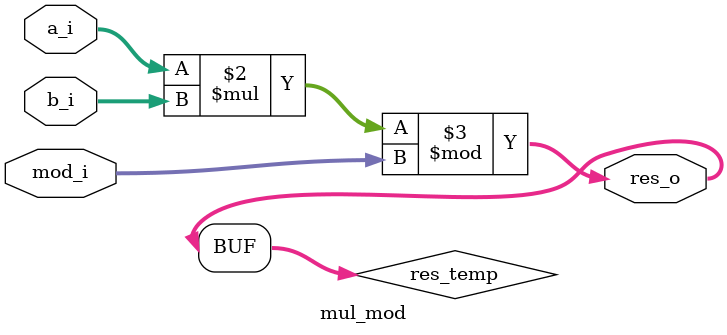
<source format=sv>
module mul_mod #(
    parameter WIDTH = 64 
) (
    // input
    input unsigned [WIDTH-1:0] a_i   ,   
                               b_i   ,
                               mod_i , 

    // output
    output unsigned [WIDTH-1:0] res_o 
);
    reg [WIDTH-1:0] res_temp ;

    always_comb begin : mul_mod
        res_temp = (a_i * b_i) % mod_i ;
    end

    assign res_o = res_temp ;
endmodule
</source>
